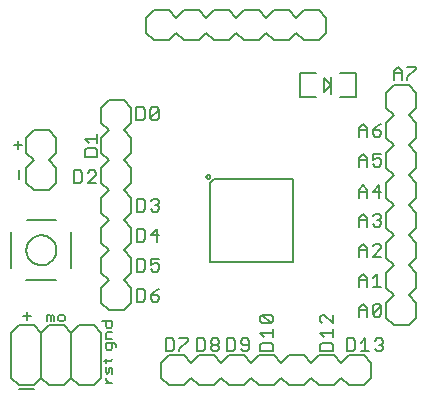
<source format=gto>
G75*
%MOIN*%
%OFA0B0*%
%FSLAX24Y24*%
%IPPOS*%
%LPD*%
%AMOC8*
5,1,8,0,0,1.08239X$1,22.5*
%
%ADD10C,0.0080*%
%ADD11C,0.0060*%
D10*
X000930Y000548D02*
X001430Y000548D01*
X001430Y000680D02*
X000930Y000680D01*
X000680Y000930D01*
X000680Y002430D01*
X000930Y002680D01*
X001430Y002680D01*
X001680Y002430D01*
X001680Y000930D01*
X001930Y000680D01*
X002430Y000680D01*
X002680Y000930D01*
X002680Y002430D01*
X002930Y002680D01*
X003430Y002680D01*
X003680Y002430D01*
X003680Y000930D01*
X003430Y000680D01*
X002930Y000680D01*
X002680Y000930D01*
X001680Y000930D02*
X001430Y000680D01*
X001680Y002430D02*
X001930Y002680D01*
X002430Y002680D01*
X002680Y002430D01*
X003680Y003430D02*
X003680Y003930D01*
X003930Y004180D01*
X003680Y004430D01*
X003680Y004930D01*
X003930Y005180D01*
X003680Y005430D01*
X003680Y005930D01*
X003930Y006180D01*
X003680Y006430D01*
X003680Y006930D01*
X003930Y007180D01*
X003680Y007430D01*
X003680Y007930D01*
X003930Y008180D01*
X003680Y008430D01*
X003680Y008930D01*
X003930Y009180D01*
X003680Y009430D01*
X003680Y009930D01*
X003930Y010180D01*
X004430Y010180D01*
X004680Y009930D01*
X004680Y009430D01*
X004430Y009180D01*
X004680Y008930D01*
X004680Y008430D01*
X004430Y008180D01*
X004680Y007930D01*
X004680Y007430D01*
X004430Y007180D01*
X004680Y006930D01*
X004680Y006430D01*
X004430Y006180D01*
X004680Y005930D01*
X004680Y005430D01*
X004430Y005180D01*
X004680Y004930D01*
X004680Y004430D01*
X004430Y004180D01*
X004680Y003930D01*
X004680Y003430D01*
X004430Y003180D01*
X003930Y003180D01*
X003680Y003430D01*
X004870Y003470D02*
X005080Y003470D01*
X005150Y003540D01*
X005150Y003820D01*
X005080Y003890D01*
X004870Y003890D01*
X004870Y003470D01*
X005330Y003540D02*
X005400Y003470D01*
X005541Y003470D01*
X005611Y003540D01*
X005611Y003610D01*
X005541Y003680D01*
X005330Y003680D01*
X005330Y003540D01*
X005330Y003680D02*
X005471Y003820D01*
X005611Y003890D01*
X005541Y004470D02*
X005400Y004470D01*
X005330Y004540D01*
X005330Y004680D02*
X005471Y004750D01*
X005541Y004750D01*
X005611Y004680D01*
X005611Y004540D01*
X005541Y004470D01*
X005330Y004680D02*
X005330Y004890D01*
X005611Y004890D01*
X005150Y004820D02*
X005150Y004540D01*
X005080Y004470D01*
X004870Y004470D01*
X004870Y004890D01*
X005080Y004890D01*
X005150Y004820D01*
X005080Y005470D02*
X004870Y005470D01*
X004870Y005890D01*
X005080Y005890D01*
X005150Y005820D01*
X005150Y005540D01*
X005080Y005470D01*
X005330Y005680D02*
X005611Y005680D01*
X005541Y005470D02*
X005541Y005890D01*
X005330Y005680D01*
X005400Y006470D02*
X005330Y006540D01*
X005400Y006470D02*
X005541Y006470D01*
X005611Y006540D01*
X005611Y006610D01*
X005541Y006680D01*
X005471Y006680D01*
X005541Y006680D02*
X005611Y006750D01*
X005611Y006820D01*
X005541Y006890D01*
X005400Y006890D01*
X005330Y006820D01*
X005150Y006820D02*
X005080Y006890D01*
X004870Y006890D01*
X004870Y006470D01*
X005080Y006470D01*
X005150Y006540D01*
X005150Y006820D01*
X003511Y007420D02*
X003230Y007420D01*
X003511Y007700D01*
X003511Y007770D01*
X003441Y007840D01*
X003300Y007840D01*
X003230Y007770D01*
X003050Y007770D02*
X002980Y007840D01*
X002770Y007840D01*
X002770Y007420D01*
X002980Y007420D01*
X003050Y007490D01*
X003050Y007770D01*
X003120Y008299D02*
X003120Y008509D01*
X003190Y008579D01*
X003470Y008579D01*
X003540Y008509D01*
X003540Y008299D01*
X003120Y008299D01*
X003260Y008760D02*
X003120Y008900D01*
X003540Y008900D01*
X003540Y008760D02*
X003540Y009040D01*
X002180Y008930D02*
X002180Y008430D01*
X001930Y008180D01*
X002180Y007930D01*
X002180Y007430D01*
X001930Y007180D01*
X001430Y007180D01*
X001180Y007430D01*
X001180Y007930D01*
X001430Y008180D01*
X001180Y008430D01*
X001180Y008930D01*
X001430Y009180D01*
X001930Y009180D01*
X002180Y008930D01*
X001050Y008680D02*
X000770Y008680D01*
X000910Y008820D02*
X000910Y008540D01*
X000930Y007850D02*
X000930Y007570D01*
X001192Y006180D02*
X002168Y006180D01*
X002680Y005786D02*
X002680Y004574D01*
X002168Y004180D02*
X001180Y004180D01*
X000680Y004574D02*
X000680Y005786D01*
X001180Y005180D02*
X001182Y005224D01*
X001188Y005268D01*
X001198Y005311D01*
X001211Y005353D01*
X001228Y005394D01*
X001249Y005433D01*
X001273Y005470D01*
X001300Y005505D01*
X001330Y005537D01*
X001363Y005567D01*
X001399Y005593D01*
X001436Y005617D01*
X001476Y005636D01*
X001517Y005653D01*
X001560Y005665D01*
X001603Y005674D01*
X001647Y005679D01*
X001691Y005680D01*
X001735Y005677D01*
X001779Y005670D01*
X001822Y005659D01*
X001864Y005645D01*
X001904Y005627D01*
X001943Y005605D01*
X001979Y005581D01*
X002013Y005553D01*
X002045Y005522D01*
X002074Y005488D01*
X002100Y005452D01*
X002122Y005414D01*
X002141Y005374D01*
X002156Y005332D01*
X002168Y005290D01*
X002176Y005246D01*
X002180Y005202D01*
X002180Y005158D01*
X002176Y005114D01*
X002168Y005070D01*
X002156Y005028D01*
X002141Y004986D01*
X002122Y004946D01*
X002100Y004908D01*
X002074Y004872D01*
X002045Y004838D01*
X002013Y004807D01*
X001979Y004779D01*
X001943Y004755D01*
X001904Y004733D01*
X001864Y004715D01*
X001822Y004701D01*
X001779Y004690D01*
X001735Y004683D01*
X001691Y004680D01*
X001647Y004681D01*
X001603Y004686D01*
X001560Y004695D01*
X001517Y004707D01*
X001476Y004724D01*
X001436Y004743D01*
X001399Y004767D01*
X001363Y004793D01*
X001330Y004823D01*
X001300Y004855D01*
X001273Y004890D01*
X001249Y004927D01*
X001228Y004966D01*
X001211Y005007D01*
X001198Y005049D01*
X001188Y005092D01*
X001182Y005136D01*
X001180Y005180D01*
X001210Y003120D02*
X001210Y002840D01*
X001070Y002980D02*
X001350Y002980D01*
X005680Y001430D02*
X005680Y000930D01*
X005930Y000680D01*
X006430Y000680D01*
X006680Y000930D01*
X006930Y000680D01*
X007430Y000680D01*
X007680Y000930D01*
X007930Y000680D01*
X008430Y000680D01*
X008680Y000930D01*
X008930Y000680D01*
X009430Y000680D01*
X009680Y000930D01*
X009930Y000680D01*
X010430Y000680D01*
X010680Y000930D01*
X010930Y000680D01*
X011430Y000680D01*
X011680Y000930D01*
X011930Y000680D01*
X012430Y000680D01*
X012680Y000930D01*
X012680Y001430D01*
X012430Y001680D01*
X011930Y001680D01*
X011680Y001430D01*
X011430Y001680D01*
X010930Y001680D01*
X010680Y001430D01*
X010430Y001680D01*
X009930Y001680D01*
X009680Y001430D01*
X009430Y001680D01*
X008930Y001680D01*
X008680Y001430D01*
X008430Y001680D01*
X007930Y001680D01*
X007680Y001430D01*
X007430Y001680D01*
X006930Y001680D01*
X006680Y001430D01*
X006430Y001680D01*
X005930Y001680D01*
X005680Y001430D01*
X005820Y001820D02*
X006030Y001820D01*
X006100Y001890D01*
X006100Y002170D01*
X006030Y002240D01*
X005820Y002240D01*
X005820Y001820D01*
X006280Y001820D02*
X006280Y001890D01*
X006561Y002170D01*
X006561Y002240D01*
X006280Y002240D01*
X006870Y002240D02*
X006870Y001820D01*
X007080Y001820D01*
X007150Y001890D01*
X007150Y002170D01*
X007080Y002240D01*
X006870Y002240D01*
X007330Y002170D02*
X007330Y002100D01*
X007400Y002030D01*
X007541Y002030D01*
X007611Y001960D01*
X007611Y001890D01*
X007541Y001820D01*
X007400Y001820D01*
X007330Y001890D01*
X007330Y001960D01*
X007400Y002030D01*
X007541Y002030D02*
X007611Y002100D01*
X007611Y002170D01*
X007541Y002240D01*
X007400Y002240D01*
X007330Y002170D01*
X007870Y002240D02*
X007870Y001820D01*
X008080Y001820D01*
X008150Y001890D01*
X008150Y002170D01*
X008080Y002240D01*
X007870Y002240D01*
X008330Y002170D02*
X008330Y002100D01*
X008400Y002030D01*
X008611Y002030D01*
X008611Y001890D02*
X008611Y002170D01*
X008541Y002240D01*
X008400Y002240D01*
X008330Y002170D01*
X008330Y001890D02*
X008400Y001820D01*
X008541Y001820D01*
X008611Y001890D01*
X008970Y001820D02*
X008970Y002030D01*
X009040Y002100D01*
X009320Y002100D01*
X009390Y002030D01*
X009390Y001820D01*
X008970Y001820D01*
X009110Y002280D02*
X008970Y002421D01*
X009390Y002421D01*
X009390Y002561D02*
X009390Y002280D01*
X009320Y002741D02*
X009040Y002741D01*
X008970Y002811D01*
X008970Y002951D01*
X009040Y003021D01*
X009320Y002741D01*
X009390Y002811D01*
X009390Y002951D01*
X009320Y003021D01*
X009040Y003021D01*
X010970Y002951D02*
X010970Y002811D01*
X011040Y002741D01*
X010970Y002951D02*
X011040Y003021D01*
X011110Y003021D01*
X011390Y002741D01*
X011390Y003021D01*
X011390Y002561D02*
X011390Y002280D01*
X011390Y002421D02*
X010970Y002421D01*
X011110Y002280D01*
X011040Y002100D02*
X010970Y002030D01*
X010970Y001820D01*
X011390Y001820D01*
X011390Y002030D01*
X011320Y002100D01*
X011040Y002100D01*
X011870Y002240D02*
X011870Y001820D01*
X012080Y001820D01*
X012150Y001890D01*
X012150Y002170D01*
X012080Y002240D01*
X011870Y002240D01*
X012330Y002100D02*
X012471Y002240D01*
X012471Y001820D01*
X012611Y001820D02*
X012330Y001820D01*
X012791Y001890D02*
X012861Y001820D01*
X013001Y001820D01*
X013071Y001890D01*
X013071Y001960D01*
X013001Y002030D01*
X012931Y002030D01*
X013001Y002030D02*
X013071Y002100D01*
X013071Y002170D01*
X013001Y002240D01*
X012861Y002240D01*
X012791Y002170D01*
X013430Y002680D02*
X013180Y002930D01*
X013180Y003430D01*
X013430Y003680D01*
X013180Y003930D01*
X013180Y004430D01*
X013430Y004680D01*
X013180Y004930D01*
X013180Y005430D01*
X013430Y005680D01*
X013180Y005930D01*
X013180Y006430D01*
X013430Y006680D01*
X013180Y006930D01*
X013180Y007430D01*
X013430Y007680D01*
X013180Y007930D01*
X013180Y008430D01*
X013430Y008680D01*
X013180Y008930D01*
X013180Y009430D01*
X013430Y009680D01*
X013180Y009930D01*
X013180Y010430D01*
X013430Y010680D01*
X013930Y010680D01*
X014180Y010430D01*
X014180Y009930D01*
X013930Y009680D01*
X014180Y009430D01*
X014180Y008930D01*
X013930Y008680D01*
X014180Y008430D01*
X014180Y007930D01*
X013930Y007680D01*
X014180Y007430D01*
X014180Y006930D01*
X013930Y006680D01*
X014180Y006430D01*
X014180Y005930D01*
X013930Y005680D01*
X014180Y005430D01*
X014180Y004930D01*
X013930Y004680D01*
X014180Y004430D01*
X014180Y003930D01*
X013930Y003680D01*
X014180Y003430D01*
X014180Y002930D01*
X013930Y002680D01*
X013430Y002680D01*
X013011Y003040D02*
X012941Y002970D01*
X012800Y002970D01*
X012730Y003040D01*
X013011Y003320D01*
X013011Y003040D01*
X013011Y003320D02*
X012941Y003390D01*
X012800Y003390D01*
X012730Y003320D01*
X012730Y003040D01*
X012550Y002970D02*
X012550Y003250D01*
X012410Y003390D01*
X012270Y003250D01*
X012270Y002970D01*
X012270Y003180D02*
X012550Y003180D01*
X012550Y003970D02*
X012550Y004250D01*
X012410Y004390D01*
X012270Y004250D01*
X012270Y003970D01*
X012270Y004180D02*
X012550Y004180D01*
X012730Y004250D02*
X012871Y004390D01*
X012871Y003970D01*
X013011Y003970D02*
X012730Y003970D01*
X012730Y004970D02*
X013011Y005250D01*
X013011Y005320D01*
X012941Y005390D01*
X012800Y005390D01*
X012730Y005320D01*
X012550Y005250D02*
X012550Y004970D01*
X012730Y004970D02*
X013011Y004970D01*
X012550Y005180D02*
X012270Y005180D01*
X012270Y005250D02*
X012410Y005390D01*
X012550Y005250D01*
X012270Y005250D02*
X012270Y004970D01*
X012270Y005970D02*
X012270Y006250D01*
X012410Y006390D01*
X012550Y006250D01*
X012550Y005970D01*
X012730Y006040D02*
X012800Y005970D01*
X012941Y005970D01*
X013011Y006040D01*
X013011Y006110D01*
X012941Y006180D01*
X012871Y006180D01*
X012941Y006180D02*
X013011Y006250D01*
X013011Y006320D01*
X012941Y006390D01*
X012800Y006390D01*
X012730Y006320D01*
X012550Y006180D02*
X012270Y006180D01*
X012270Y006920D02*
X012270Y007200D01*
X012410Y007340D01*
X012550Y007200D01*
X012550Y006920D01*
X012550Y007130D02*
X012270Y007130D01*
X012730Y007130D02*
X013011Y007130D01*
X012941Y006920D02*
X012941Y007340D01*
X012730Y007130D01*
X012800Y007970D02*
X012730Y008040D01*
X012800Y007970D02*
X012941Y007970D01*
X013011Y008040D01*
X013011Y008180D01*
X012941Y008250D01*
X012871Y008250D01*
X012730Y008180D01*
X012730Y008390D01*
X013011Y008390D01*
X012550Y008250D02*
X012550Y007970D01*
X012550Y008180D02*
X012270Y008180D01*
X012270Y008250D02*
X012410Y008390D01*
X012550Y008250D01*
X012270Y008250D02*
X012270Y007970D01*
X012270Y008970D02*
X012270Y009250D01*
X012410Y009390D01*
X012550Y009250D01*
X012550Y008970D01*
X012730Y009040D02*
X012800Y008970D01*
X012941Y008970D01*
X013011Y009040D01*
X013011Y009110D01*
X012941Y009180D01*
X012730Y009180D01*
X012730Y009040D01*
X012730Y009180D02*
X012871Y009320D01*
X013011Y009390D01*
X012550Y009180D02*
X012270Y009180D01*
X012175Y010286D02*
X011624Y010286D01*
X011348Y010404D02*
X011348Y010680D01*
X011112Y010444D01*
X011112Y010916D01*
X011348Y010680D01*
X011348Y010956D01*
X011624Y011074D02*
X012175Y011074D01*
X012175Y010286D01*
X010836Y010286D02*
X010285Y010286D01*
X010285Y011074D01*
X010836Y011074D01*
X010930Y012180D02*
X010430Y012180D01*
X010180Y012430D01*
X009930Y012180D01*
X009430Y012180D01*
X009180Y012430D01*
X008930Y012180D01*
X008430Y012180D01*
X008180Y012430D01*
X007930Y012180D01*
X007430Y012180D01*
X007180Y012430D01*
X006930Y012180D01*
X006430Y012180D01*
X006180Y012430D01*
X005930Y012180D01*
X005430Y012180D01*
X005180Y012430D01*
X005180Y012930D01*
X005430Y013180D01*
X005930Y013180D01*
X006180Y012930D01*
X006430Y013180D01*
X006930Y013180D01*
X007180Y012930D01*
X007430Y013180D01*
X007930Y013180D01*
X008180Y012930D01*
X008430Y013180D01*
X008930Y013180D01*
X009180Y012930D01*
X009430Y013180D01*
X009930Y013180D01*
X010180Y012930D01*
X010430Y013180D01*
X010930Y013180D01*
X011180Y012930D01*
X011180Y012430D01*
X010930Y012180D01*
X013420Y011150D02*
X013420Y010870D01*
X013420Y011080D02*
X013700Y011080D01*
X013700Y011150D02*
X013700Y010870D01*
X013880Y010870D02*
X013880Y010940D01*
X014161Y011220D01*
X014161Y011290D01*
X013880Y011290D01*
X013700Y011150D02*
X013560Y011290D01*
X013420Y011150D01*
X010060Y007560D02*
X007440Y007560D01*
X007300Y007420D01*
X007300Y004800D01*
X010060Y004800D01*
X010060Y007560D01*
X007180Y007630D02*
X007182Y007645D01*
X007187Y007659D01*
X007196Y007671D01*
X007208Y007681D01*
X007221Y007687D01*
X007236Y007690D01*
X007251Y007689D01*
X007266Y007684D01*
X007278Y007676D01*
X007289Y007665D01*
X007296Y007652D01*
X007300Y007638D01*
X007300Y007622D01*
X007296Y007608D01*
X007289Y007595D01*
X007278Y007584D01*
X007266Y007576D01*
X007251Y007571D01*
X007236Y007570D01*
X007221Y007573D01*
X007208Y007579D01*
X007196Y007589D01*
X007187Y007601D01*
X007182Y007615D01*
X007180Y007630D01*
X005520Y009520D02*
X005380Y009520D01*
X005310Y009590D01*
X005590Y009870D01*
X005590Y009590D01*
X005520Y009520D01*
X005310Y009590D02*
X005310Y009870D01*
X005380Y009940D01*
X005520Y009940D01*
X005590Y009870D01*
X005129Y009870D02*
X005129Y009590D01*
X005059Y009520D01*
X004849Y009520D01*
X004849Y009940D01*
X005059Y009940D01*
X005129Y009870D01*
D11*
X002412Y003037D02*
X002298Y003037D01*
X002242Y002980D01*
X002242Y002867D01*
X002298Y002810D01*
X002412Y002810D01*
X002469Y002867D01*
X002469Y002980D01*
X002412Y003037D01*
X002100Y002980D02*
X002100Y002810D01*
X001987Y002810D02*
X001987Y002980D01*
X002044Y003037D01*
X002100Y002980D01*
X001987Y002980D02*
X001930Y003037D01*
X001873Y003037D01*
X001873Y002810D01*
X003710Y002823D02*
X004050Y002823D01*
X004050Y002653D01*
X003993Y002597D01*
X003880Y002597D01*
X003823Y002653D01*
X003823Y002823D01*
X003880Y002455D02*
X003823Y002398D01*
X003823Y002228D01*
X004050Y002228D01*
X004050Y002087D02*
X004050Y001917D01*
X003993Y001860D01*
X003880Y001860D01*
X003823Y001917D01*
X003823Y002087D01*
X004107Y002087D01*
X004163Y002030D01*
X004163Y001973D01*
X004050Y001549D02*
X003993Y001492D01*
X003766Y001492D01*
X003823Y001435D02*
X003823Y001549D01*
X003823Y001294D02*
X003823Y001124D01*
X003880Y001067D01*
X003937Y001124D01*
X003937Y001237D01*
X003993Y001294D01*
X004050Y001237D01*
X004050Y001067D01*
X003823Y000930D02*
X003823Y000873D01*
X003937Y000760D01*
X004050Y000760D02*
X003823Y000760D01*
X003880Y002455D02*
X004050Y002455D01*
M02*

</source>
